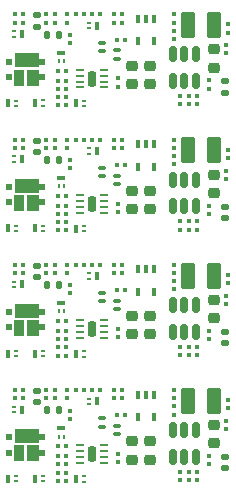
<source format=gtp>
G04 #@! TF.GenerationSoftware,KiCad,Pcbnew,8.0.8*
G04 #@! TF.CreationDate,2025-01-20T02:03:43-05:00*
G04 #@! TF.ProjectId,panel,70616e65-6c2e-46b6-9963-61645f706362,rev?*
G04 #@! TF.SameCoordinates,Original*
G04 #@! TF.FileFunction,Paste,Top*
G04 #@! TF.FilePolarity,Positive*
%FSLAX46Y46*%
G04 Gerber Fmt 4.6, Leading zero omitted, Abs format (unit mm)*
G04 Created by KiCad (PCBNEW 8.0.8) date 2025-01-20 02:03:43*
%MOMM*%
%LPD*%
G01*
G04 APERTURE LIST*
G04 Aperture macros list*
%AMRoundRect*
0 Rectangle with rounded corners*
0 $1 Rounding radius*
0 $2 $3 $4 $5 $6 $7 $8 $9 X,Y pos of 4 corners*
0 Add a 4 corners polygon primitive as box body*
4,1,4,$2,$3,$4,$5,$6,$7,$8,$9,$2,$3,0*
0 Add four circle primitives for the rounded corners*
1,1,$1+$1,$2,$3*
1,1,$1+$1,$4,$5*
1,1,$1+$1,$6,$7*
1,1,$1+$1,$8,$9*
0 Add four rect primitives between the rounded corners*
20,1,$1+$1,$2,$3,$4,$5,0*
20,1,$1+$1,$4,$5,$6,$7,0*
20,1,$1+$1,$6,$7,$8,$9,0*
20,1,$1+$1,$8,$9,$2,$3,0*%
G04 Aperture macros list end*
%ADD10R,0.400000X0.250000*%
%ADD11R,0.400000X0.700000*%
%ADD12RoundRect,0.225000X-0.250000X0.225000X-0.250000X-0.225000X0.250000X-0.225000X0.250000X0.225000X0*%
%ADD13RoundRect,0.100000X-0.100000X0.225000X-0.100000X-0.225000X0.100000X-0.225000X0.100000X0.225000X0*%
%ADD14RoundRect,0.079500X0.100500X-0.079500X0.100500X0.079500X-0.100500X0.079500X-0.100500X-0.079500X0*%
%ADD15RoundRect,0.079500X0.079500X0.100500X-0.079500X0.100500X-0.079500X-0.100500X0.079500X-0.100500X0*%
%ADD16RoundRect,0.147500X0.172500X-0.147500X0.172500X0.147500X-0.172500X0.147500X-0.172500X-0.147500X0*%
%ADD17RoundRect,0.079500X-0.100500X0.079500X-0.100500X-0.079500X0.100500X-0.079500X0.100500X0.079500X0*%
%ADD18RoundRect,0.050000X-0.250000X0.100000X-0.250000X-0.100000X0.250000X-0.100000X0.250000X0.100000X0*%
%ADD19RoundRect,0.182500X-0.182500X-0.462500X0.182500X-0.462500X0.182500X0.462500X-0.182500X0.462500X0*%
%ADD20RoundRect,0.062500X-0.300000X-0.062500X0.300000X-0.062500X0.300000X0.062500X-0.300000X0.062500X0*%
%ADD21RoundRect,0.150000X0.150000X-0.512500X0.150000X0.512500X-0.150000X0.512500X-0.150000X-0.512500X0*%
%ADD22R,1.000000X1.400000*%
%ADD23R,0.550000X0.500000*%
%ADD24R,2.020000X1.200000*%
%ADD25R,0.630000X0.550000*%
%ADD26R,0.870000X1.400000*%
%ADD27R,0.250000X0.400000*%
%ADD28R,0.700000X0.400000*%
%ADD29RoundRect,0.250000X-0.375000X-0.850000X0.375000X-0.850000X0.375000X0.850000X-0.375000X0.850000X0*%
%ADD30RoundRect,0.079500X-0.079500X-0.100500X0.079500X-0.100500X0.079500X0.100500X-0.079500X0.100500X0*%
%ADD31RoundRect,0.147500X-0.147500X-0.172500X0.147500X-0.172500X0.147500X0.172500X-0.147500X0.172500X0*%
G04 APERTURE END LIST*
D10*
G04 #@! TO.C,Q6*
X28630000Y-33595000D03*
X28630000Y-33145000D03*
D11*
X27930000Y-33370000D03*
G04 #@! TD*
D12*
G04 #@! TO.C,C9*
X43080000Y-28825000D03*
X43080000Y-30375000D03*
G04 #@! TD*
D13*
G04 #@! TO.C,U6*
X38010000Y-36850000D03*
X37360000Y-36850000D03*
X36710000Y-36850000D03*
X36710000Y-38750000D03*
X38010000Y-38750000D03*
G04 #@! TD*
D14*
G04 #@! TO.C,R17*
X35330000Y-47745000D03*
X35330000Y-47055000D03*
G04 #@! TD*
D15*
G04 #@! TO.C,R1*
X26935000Y-25860000D03*
X26245000Y-25860000D03*
G04 #@! TD*
D10*
G04 #@! TO.C,Q6*
X28630000Y-44195000D03*
X28630000Y-43745000D03*
D11*
X27930000Y-43970000D03*
G04 #@! TD*
D10*
G04 #@! TO.C,Q3*
X26390000Y-54800000D03*
X26390000Y-54350000D03*
D11*
X25690000Y-54575000D03*
G04 #@! TD*
D15*
G04 #@! TO.C,C16*
X33505000Y-47050000D03*
X32815000Y-47050000D03*
G04 #@! TD*
D14*
G04 #@! TO.C,C3*
X44330000Y-16795000D03*
X44330000Y-16105000D03*
G04 #@! TD*
G04 #@! TO.C,R9*
X44160000Y-50365000D03*
X44160000Y-49675000D03*
G04 #@! TD*
D16*
G04 #@! TO.C,FB1*
X28100000Y-16315000D03*
X28100000Y-15345000D03*
G04 #@! TD*
D14*
G04 #@! TO.C,C3*
X44330000Y-48595000D03*
X44330000Y-47905000D03*
G04 #@! TD*
G04 #@! TO.C,R11*
X29930000Y-32145000D03*
X29930000Y-31455000D03*
G04 #@! TD*
D16*
G04 #@! TO.C,FB1*
X28100000Y-37515000D03*
X28100000Y-36545000D03*
G04 #@! TD*
D17*
G04 #@! TO.C,R16*
X34630000Y-25855000D03*
X34630000Y-26545000D03*
G04 #@! TD*
D14*
G04 #@! TO.C,R9*
X44160000Y-18565000D03*
X44160000Y-17875000D03*
G04 #@! TD*
D18*
G04 #@! TO.C,D3*
X34880000Y-18300001D03*
X34880000Y-18999999D03*
G04 #@! TD*
D17*
G04 #@! TO.C,C19*
X35020000Y-20675000D03*
X35020000Y-21365000D03*
G04 #@! TD*
D12*
G04 #@! TO.C,C4*
X37670000Y-40805000D03*
X37670000Y-42355000D03*
G04 #@! TD*
D14*
G04 #@! TO.C,R13*
X30630000Y-32145000D03*
X30630000Y-31455000D03*
G04 #@! TD*
D15*
G04 #@! TO.C,R2*
X26965000Y-26560000D03*
X26275000Y-26560000D03*
G04 #@! TD*
D19*
G04 #@! TO.C,U4*
X32810000Y-41890000D03*
D20*
X31797500Y-41140000D03*
X31797500Y-41640000D03*
X31797500Y-42140000D03*
X31797500Y-42640000D03*
X33822500Y-42640000D03*
X33822500Y-42140000D03*
X33822500Y-41640000D03*
X33822500Y-41140000D03*
G04 #@! TD*
D12*
G04 #@! TO.C,C4*
X37670000Y-19605000D03*
X37670000Y-21155000D03*
G04 #@! TD*
D14*
G04 #@! TO.C,R11*
X29930000Y-53345000D03*
X29930000Y-52655000D03*
G04 #@! TD*
G04 #@! TO.C,R13*
X30630000Y-21545000D03*
X30630000Y-20855000D03*
G04 #@! TD*
D21*
G04 #@! TO.C,U2*
X39670000Y-42117500D03*
X40620000Y-42117500D03*
X41570000Y-42117500D03*
X41570000Y-39842500D03*
X40620000Y-39842500D03*
X39670000Y-39842500D03*
G04 #@! TD*
D22*
G04 #@! TO.C,D1*
X27780000Y-31200000D03*
D23*
X28530000Y-31150000D03*
X28530000Y-29850000D03*
D24*
X27270000Y-29750000D03*
D25*
X25795000Y-29850000D03*
D26*
X26650000Y-31200000D03*
D25*
X25795000Y-31150000D03*
G04 #@! TD*
D16*
G04 #@! TO.C,D2*
X44020000Y-32495000D03*
X44020000Y-31525000D03*
G04 #@! TD*
D17*
G04 #@! TO.C,C2*
X41680000Y-53985000D03*
X41680000Y-54675000D03*
G04 #@! TD*
D10*
G04 #@! TO.C,Q3*
X26390000Y-44200000D03*
X26390000Y-43750000D03*
D11*
X25690000Y-43975000D03*
G04 #@! TD*
D14*
G04 #@! TO.C,R14*
X30630000Y-22945000D03*
X30630000Y-22255000D03*
G04 #@! TD*
D10*
G04 #@! TO.C,Q2*
X32130000Y-44225000D03*
X32130000Y-43775000D03*
D11*
X31430000Y-44000000D03*
G04 #@! TD*
D18*
G04 #@! TO.C,D3*
X34880000Y-39500001D03*
X34880000Y-40199999D03*
G04 #@! TD*
D12*
G04 #@! TO.C,C18*
X36210000Y-19595000D03*
X36210000Y-21145000D03*
G04 #@! TD*
D19*
G04 #@! TO.C,U4*
X32810000Y-31290000D03*
D20*
X31797500Y-30540000D03*
X31797500Y-31040000D03*
X31797500Y-31540000D03*
X31797500Y-32040000D03*
X33822500Y-32040000D03*
X33822500Y-31540000D03*
X33822500Y-31040000D03*
X33822500Y-30540000D03*
G04 #@! TD*
D27*
G04 #@! TO.C,Q7*
X29965000Y-29800000D03*
X30415000Y-29800000D03*
D28*
X30190000Y-29100000D03*
G04 #@! TD*
D12*
G04 #@! TO.C,C9*
X43080000Y-39425000D03*
X43080000Y-40975000D03*
G04 #@! TD*
D10*
G04 #@! TO.C,Q2*
X32130000Y-54825000D03*
X32130000Y-54375000D03*
D11*
X31430000Y-54600000D03*
G04 #@! TD*
D14*
G04 #@! TO.C,R13*
X30630000Y-42745000D03*
X30630000Y-42055000D03*
G04 #@! TD*
D10*
G04 #@! TO.C,Q4*
X32510000Y-26585000D03*
X32510000Y-27035000D03*
D11*
X33210000Y-26810000D03*
G04 #@! TD*
D21*
G04 #@! TO.C,U2*
X39670000Y-52717500D03*
X40620000Y-52717500D03*
X41570000Y-52717500D03*
X41570000Y-50442500D03*
X40620000Y-50442500D03*
X39670000Y-50442500D03*
G04 #@! TD*
D17*
G04 #@! TO.C,C13*
X40980000Y-22185000D03*
X40980000Y-22875000D03*
G04 #@! TD*
D21*
G04 #@! TO.C,U2*
X39670000Y-20917500D03*
X40620000Y-20917500D03*
X41570000Y-20917500D03*
X41570000Y-18642500D03*
X40620000Y-18642500D03*
X39670000Y-18642500D03*
G04 #@! TD*
D14*
G04 #@! TO.C,R13*
X30630000Y-53345000D03*
X30630000Y-52655000D03*
G04 #@! TD*
D16*
G04 #@! TO.C,D2*
X44020000Y-43095000D03*
X44020000Y-42125000D03*
G04 #@! TD*
D17*
G04 #@! TO.C,C21*
X30640000Y-25855000D03*
X30640000Y-26545000D03*
G04 #@! TD*
D14*
G04 #@! TO.C,C22*
X28920000Y-26545000D03*
X28920000Y-25855000D03*
G04 #@! TD*
D17*
G04 #@! TO.C,C13*
X40980000Y-43385000D03*
X40980000Y-44075000D03*
G04 #@! TD*
D15*
G04 #@! TO.C,R2*
X26965000Y-15960000D03*
X26275000Y-15960000D03*
G04 #@! TD*
D10*
G04 #@! TO.C,Q4*
X32510000Y-47785000D03*
X32510000Y-48235000D03*
D11*
X33210000Y-48010000D03*
G04 #@! TD*
D19*
G04 #@! TO.C,U4*
X32810000Y-52490000D03*
D20*
X31797500Y-51740000D03*
X31797500Y-52240000D03*
X31797500Y-52740000D03*
X31797500Y-53240000D03*
X33822500Y-53240000D03*
X33822500Y-52740000D03*
X33822500Y-52240000D03*
X33822500Y-51740000D03*
G04 #@! TD*
D17*
G04 #@! TO.C,C2*
X41680000Y-32785000D03*
X41680000Y-33475000D03*
G04 #@! TD*
D14*
G04 #@! TO.C,C22*
X28920000Y-47745000D03*
X28920000Y-47055000D03*
G04 #@! TD*
G04 #@! TO.C,C22*
X28920000Y-15945000D03*
X28920000Y-15255000D03*
G04 #@! TD*
D10*
G04 #@! TO.C,Q4*
X32510000Y-15985000D03*
X32510000Y-16435000D03*
D11*
X33210000Y-16210000D03*
G04 #@! TD*
D10*
G04 #@! TO.C,Q1*
X26200000Y-27285000D03*
X26200000Y-27735000D03*
D11*
X26900000Y-27510000D03*
G04 #@! TD*
D17*
G04 #@! TO.C,C7*
X40280000Y-53985000D03*
X40280000Y-54675000D03*
G04 #@! TD*
D18*
G04 #@! TO.C,D4*
X33680000Y-49460000D03*
X33680000Y-50160000D03*
G04 #@! TD*
D29*
G04 #@! TO.C,L1*
X40955000Y-37370000D03*
X43105000Y-37370000D03*
G04 #@! TD*
D17*
G04 #@! TO.C,C17*
X39730000Y-25855000D03*
X39730000Y-26545000D03*
G04 #@! TD*
D30*
G04 #@! TO.C,R4*
X31415000Y-47050000D03*
X32105000Y-47050000D03*
G04 #@! TD*
D14*
G04 #@! TO.C,R12*
X29930000Y-33545000D03*
X29930000Y-32855000D03*
G04 #@! TD*
D27*
G04 #@! TO.C,Q7*
X29965000Y-19200000D03*
X30415000Y-19200000D03*
D28*
X30190000Y-18500000D03*
G04 #@! TD*
D18*
G04 #@! TO.C,D4*
X33680000Y-17660000D03*
X33680000Y-18360000D03*
G04 #@! TD*
D17*
G04 #@! TO.C,C7*
X40280000Y-22185000D03*
X40280000Y-22875000D03*
G04 #@! TD*
D14*
G04 #@! TO.C,R12*
X29930000Y-44145000D03*
X29930000Y-43455000D03*
G04 #@! TD*
D30*
G04 #@! TO.C,R4*
X31415000Y-25850000D03*
X32105000Y-25850000D03*
G04 #@! TD*
D16*
G04 #@! TO.C,D2*
X44020000Y-53695000D03*
X44020000Y-52725000D03*
G04 #@! TD*
D13*
G04 #@! TO.C,U6*
X38010000Y-26250000D03*
X37360000Y-26250000D03*
X36710000Y-26250000D03*
X36710000Y-28150000D03*
X38010000Y-28150000D03*
G04 #@! TD*
D27*
G04 #@! TO.C,Q7*
X29965000Y-40400000D03*
X30415000Y-40400000D03*
D28*
X30190000Y-39700000D03*
G04 #@! TD*
D10*
G04 #@! TO.C,Q6*
X28630000Y-22995000D03*
X28630000Y-22545000D03*
D11*
X27930000Y-22770000D03*
G04 #@! TD*
D14*
G04 #@! TO.C,R3*
X30920000Y-17685000D03*
X30920000Y-16995000D03*
G04 #@! TD*
D31*
G04 #@! TO.C,FB2*
X29015000Y-16980000D03*
X29985000Y-16980000D03*
G04 #@! TD*
D17*
G04 #@! TO.C,C21*
X30640000Y-47055000D03*
X30640000Y-47745000D03*
G04 #@! TD*
D14*
G04 #@! TO.C,C20*
X29620000Y-15945000D03*
X29620000Y-15255000D03*
G04 #@! TD*
G04 #@! TO.C,R3*
X30920000Y-38885000D03*
X30920000Y-38195000D03*
G04 #@! TD*
D15*
G04 #@! TO.C,R1*
X26935000Y-36460000D03*
X26245000Y-36460000D03*
G04 #@! TD*
D31*
G04 #@! TO.C,FB2*
X29015000Y-38180000D03*
X29985000Y-38180000D03*
G04 #@! TD*
D15*
G04 #@! TO.C,C15*
X30615114Y-30611246D03*
X29925114Y-30611246D03*
G04 #@! TD*
D17*
G04 #@! TO.C,R15*
X42680000Y-42045000D03*
X42680000Y-42735000D03*
G04 #@! TD*
D15*
G04 #@! TO.C,C15*
X30615114Y-51811246D03*
X29925114Y-51811246D03*
G04 #@! TD*
D14*
G04 #@! TO.C,R3*
X30920000Y-28285000D03*
X30920000Y-27595000D03*
G04 #@! TD*
D30*
G04 #@! TO.C,R4*
X31415000Y-36450000D03*
X32105000Y-36450000D03*
G04 #@! TD*
D31*
G04 #@! TO.C,FB2*
X29015000Y-48780000D03*
X29985000Y-48780000D03*
G04 #@! TD*
D17*
G04 #@! TO.C,C7*
X40280000Y-32785000D03*
X40280000Y-33475000D03*
G04 #@! TD*
D15*
G04 #@! TO.C,C16*
X33505000Y-36450000D03*
X32815000Y-36450000D03*
G04 #@! TD*
D22*
G04 #@! TO.C,D1*
X27780000Y-41800000D03*
D23*
X28530000Y-41750000D03*
X28530000Y-40450000D03*
D24*
X27270000Y-40350000D03*
D25*
X25795000Y-40450000D03*
D26*
X26650000Y-41800000D03*
D25*
X25795000Y-41750000D03*
G04 #@! TD*
D17*
G04 #@! TO.C,C17*
X39730000Y-47055000D03*
X39730000Y-47745000D03*
G04 #@! TD*
G04 #@! TO.C,C17*
X39730000Y-36455000D03*
X39730000Y-37145000D03*
G04 #@! TD*
D14*
G04 #@! TO.C,R11*
X29930000Y-42745000D03*
X29930000Y-42055000D03*
G04 #@! TD*
D17*
G04 #@! TO.C,C2*
X41680000Y-43385000D03*
X41680000Y-44075000D03*
G04 #@! TD*
D14*
G04 #@! TO.C,R14*
X30630000Y-44145000D03*
X30630000Y-43455000D03*
G04 #@! TD*
D18*
G04 #@! TO.C,D4*
X33680000Y-28260000D03*
X33680000Y-28960000D03*
G04 #@! TD*
D17*
G04 #@! TO.C,C19*
X35020000Y-41875000D03*
X35020000Y-42565000D03*
G04 #@! TD*
D22*
G04 #@! TO.C,D1*
X27780000Y-20600000D03*
D23*
X28530000Y-20550000D03*
X28530000Y-19250000D03*
D24*
X27270000Y-19150000D03*
D25*
X25795000Y-19250000D03*
D26*
X26650000Y-20600000D03*
D25*
X25795000Y-20550000D03*
G04 #@! TD*
D10*
G04 #@! TO.C,Q3*
X26390000Y-23000000D03*
X26390000Y-22550000D03*
D11*
X25690000Y-22775000D03*
G04 #@! TD*
D14*
G04 #@! TO.C,R17*
X35330000Y-37145000D03*
X35330000Y-36455000D03*
G04 #@! TD*
G04 #@! TO.C,C6*
X39730000Y-27945000D03*
X39730000Y-27255000D03*
G04 #@! TD*
D17*
G04 #@! TO.C,C19*
X35020000Y-31275000D03*
X35020000Y-31965000D03*
G04 #@! TD*
D14*
G04 #@! TO.C,C6*
X39730000Y-38545000D03*
X39730000Y-37855000D03*
G04 #@! TD*
D10*
G04 #@! TO.C,Q1*
X26200000Y-37885000D03*
X26200000Y-38335000D03*
D11*
X26900000Y-38110000D03*
G04 #@! TD*
D14*
G04 #@! TO.C,C6*
X39730000Y-17345000D03*
X39730000Y-16655000D03*
G04 #@! TD*
D29*
G04 #@! TO.C,L1*
X40955000Y-16170000D03*
X43105000Y-16170000D03*
G04 #@! TD*
D17*
G04 #@! TO.C,R15*
X42680000Y-52645000D03*
X42680000Y-53335000D03*
G04 #@! TD*
D30*
G04 #@! TO.C,C5*
X34914189Y-38598771D03*
X35604189Y-38598771D03*
G04 #@! TD*
D10*
G04 #@! TO.C,Q2*
X32130000Y-33625000D03*
X32130000Y-33175000D03*
D11*
X31430000Y-33400000D03*
G04 #@! TD*
D14*
G04 #@! TO.C,R14*
X30630000Y-54745000D03*
X30630000Y-54055000D03*
G04 #@! TD*
G04 #@! TO.C,R12*
X29930000Y-22945000D03*
X29930000Y-22255000D03*
G04 #@! TD*
D17*
G04 #@! TO.C,C13*
X40980000Y-53985000D03*
X40980000Y-54675000D03*
G04 #@! TD*
G04 #@! TO.C,R16*
X34630000Y-15255000D03*
X34630000Y-15945000D03*
G04 #@! TD*
D10*
G04 #@! TO.C,Q1*
X26200000Y-48485000D03*
X26200000Y-48935000D03*
D11*
X26900000Y-48710000D03*
G04 #@! TD*
D12*
G04 #@! TO.C,C4*
X37670000Y-30205000D03*
X37670000Y-31755000D03*
G04 #@! TD*
D17*
G04 #@! TO.C,C17*
X39730000Y-15255000D03*
X39730000Y-15945000D03*
G04 #@! TD*
D15*
G04 #@! TO.C,C15*
X30615114Y-20011246D03*
X29925114Y-20011246D03*
G04 #@! TD*
D17*
G04 #@! TO.C,C21*
X30640000Y-15255000D03*
X30640000Y-15945000D03*
G04 #@! TD*
D14*
G04 #@! TO.C,R3*
X30920000Y-49485000D03*
X30920000Y-48795000D03*
G04 #@! TD*
D31*
G04 #@! TO.C,FB2*
X29015000Y-27580000D03*
X29985000Y-27580000D03*
G04 #@! TD*
D18*
G04 #@! TO.C,D3*
X34880000Y-28900001D03*
X34880000Y-29599999D03*
G04 #@! TD*
D14*
G04 #@! TO.C,C20*
X29620000Y-47745000D03*
X29620000Y-47055000D03*
G04 #@! TD*
G04 #@! TO.C,R17*
X35330000Y-26545000D03*
X35330000Y-25855000D03*
G04 #@! TD*
D17*
G04 #@! TO.C,C2*
X41680000Y-22185000D03*
X41680000Y-22875000D03*
G04 #@! TD*
G04 #@! TO.C,R15*
X42680000Y-20845000D03*
X42680000Y-21535000D03*
G04 #@! TD*
D12*
G04 #@! TO.C,C9*
X43080000Y-18225000D03*
X43080000Y-19775000D03*
G04 #@! TD*
D15*
G04 #@! TO.C,C16*
X33505000Y-15250000D03*
X32815000Y-15250000D03*
G04 #@! TD*
D12*
G04 #@! TO.C,C18*
X36210000Y-30195000D03*
X36210000Y-31745000D03*
G04 #@! TD*
D16*
G04 #@! TO.C,D2*
X44020000Y-21895000D03*
X44020000Y-20925000D03*
G04 #@! TD*
D30*
G04 #@! TO.C,C5*
X34914189Y-27998771D03*
X35604189Y-27998771D03*
G04 #@! TD*
D12*
G04 #@! TO.C,C9*
X43080000Y-50025000D03*
X43080000Y-51575000D03*
G04 #@! TD*
G04 #@! TO.C,C18*
X36210000Y-51395000D03*
X36210000Y-52945000D03*
G04 #@! TD*
D14*
G04 #@! TO.C,R17*
X35330000Y-15945000D03*
X35330000Y-15255000D03*
G04 #@! TD*
D22*
G04 #@! TO.C,D1*
X27780000Y-52400000D03*
D23*
X28530000Y-52350000D03*
X28530000Y-51050000D03*
D24*
X27270000Y-50950000D03*
D25*
X25795000Y-51050000D03*
D26*
X26650000Y-52400000D03*
D25*
X25795000Y-52350000D03*
G04 #@! TD*
D15*
G04 #@! TO.C,R1*
X26935000Y-47060000D03*
X26245000Y-47060000D03*
G04 #@! TD*
D29*
G04 #@! TO.C,L1*
X40955000Y-47970000D03*
X43105000Y-47970000D03*
G04 #@! TD*
D15*
G04 #@! TO.C,C16*
X33505000Y-25850000D03*
X32815000Y-25850000D03*
G04 #@! TD*
D14*
G04 #@! TO.C,C20*
X29620000Y-26545000D03*
X29620000Y-25855000D03*
G04 #@! TD*
D10*
G04 #@! TO.C,Q4*
X32510000Y-37185000D03*
X32510000Y-37635000D03*
D11*
X33210000Y-37410000D03*
G04 #@! TD*
D14*
G04 #@! TO.C,C3*
X44330000Y-27395000D03*
X44330000Y-26705000D03*
G04 #@! TD*
D17*
G04 #@! TO.C,C21*
X30640000Y-36455000D03*
X30640000Y-37145000D03*
G04 #@! TD*
G04 #@! TO.C,C19*
X35020000Y-52475000D03*
X35020000Y-53165000D03*
G04 #@! TD*
D10*
G04 #@! TO.C,Q2*
X32130000Y-23025000D03*
X32130000Y-22575000D03*
D11*
X31430000Y-22800000D03*
G04 #@! TD*
D18*
G04 #@! TO.C,D3*
X34880000Y-50100001D03*
X34880000Y-50799999D03*
G04 #@! TD*
G04 #@! TO.C,D4*
X33680000Y-38860000D03*
X33680000Y-39560000D03*
G04 #@! TD*
D17*
G04 #@! TO.C,C13*
X40980000Y-32785000D03*
X40980000Y-33475000D03*
G04 #@! TD*
D14*
G04 #@! TO.C,C3*
X44330000Y-37995000D03*
X44330000Y-37305000D03*
G04 #@! TD*
G04 #@! TO.C,R12*
X29930000Y-54745000D03*
X29930000Y-54055000D03*
G04 #@! TD*
G04 #@! TO.C,C20*
X29620000Y-37145000D03*
X29620000Y-36455000D03*
G04 #@! TD*
D21*
G04 #@! TO.C,U2*
X39670000Y-31517500D03*
X40620000Y-31517500D03*
X41570000Y-31517500D03*
X41570000Y-29242500D03*
X40620000Y-29242500D03*
X39670000Y-29242500D03*
G04 #@! TD*
D19*
G04 #@! TO.C,U4*
X32810000Y-20690000D03*
D20*
X31797500Y-19940000D03*
X31797500Y-20440000D03*
X31797500Y-20940000D03*
X31797500Y-21440000D03*
X33822500Y-21440000D03*
X33822500Y-20940000D03*
X33822500Y-20440000D03*
X33822500Y-19940000D03*
G04 #@! TD*
D13*
G04 #@! TO.C,U6*
X38010000Y-15650000D03*
X37360000Y-15650000D03*
X36710000Y-15650000D03*
X36710000Y-17550000D03*
X38010000Y-17550000D03*
G04 #@! TD*
D14*
G04 #@! TO.C,C22*
X28920000Y-37145000D03*
X28920000Y-36455000D03*
G04 #@! TD*
D15*
G04 #@! TO.C,C15*
X30615114Y-41211246D03*
X29925114Y-41211246D03*
G04 #@! TD*
D16*
G04 #@! TO.C,FB1*
X28100000Y-48115000D03*
X28100000Y-47145000D03*
G04 #@! TD*
D17*
G04 #@! TO.C,C7*
X40280000Y-43385000D03*
X40280000Y-44075000D03*
G04 #@! TD*
D12*
G04 #@! TO.C,C18*
X36210000Y-40795000D03*
X36210000Y-42345000D03*
G04 #@! TD*
D13*
G04 #@! TO.C,U6*
X38010000Y-47450000D03*
X37360000Y-47450000D03*
X36710000Y-47450000D03*
X36710000Y-49350000D03*
X38010000Y-49350000D03*
G04 #@! TD*
D29*
G04 #@! TO.C,L1*
X40955000Y-26770000D03*
X43105000Y-26770000D03*
G04 #@! TD*
D14*
G04 #@! TO.C,R9*
X44160000Y-39765000D03*
X44160000Y-39075000D03*
G04 #@! TD*
G04 #@! TO.C,R9*
X44160000Y-29165000D03*
X44160000Y-28475000D03*
G04 #@! TD*
D30*
G04 #@! TO.C,C5*
X34914189Y-17398771D03*
X35604189Y-17398771D03*
G04 #@! TD*
D12*
G04 #@! TO.C,C4*
X37670000Y-51405000D03*
X37670000Y-52955000D03*
G04 #@! TD*
D10*
G04 #@! TO.C,Q1*
X26200000Y-16685000D03*
X26200000Y-17135000D03*
D11*
X26900000Y-16910000D03*
G04 #@! TD*
D17*
G04 #@! TO.C,R16*
X34630000Y-36455000D03*
X34630000Y-37145000D03*
G04 #@! TD*
D15*
G04 #@! TO.C,R1*
X26935000Y-15260000D03*
X26245000Y-15260000D03*
G04 #@! TD*
D30*
G04 #@! TO.C,R4*
X31415000Y-15250000D03*
X32105000Y-15250000D03*
G04 #@! TD*
D15*
G04 #@! TO.C,R2*
X26965000Y-47760000D03*
X26275000Y-47760000D03*
G04 #@! TD*
D14*
G04 #@! TO.C,R11*
X29930000Y-21545000D03*
X29930000Y-20855000D03*
G04 #@! TD*
G04 #@! TO.C,R14*
X30630000Y-33545000D03*
X30630000Y-32855000D03*
G04 #@! TD*
D17*
G04 #@! TO.C,R16*
X34630000Y-47055000D03*
X34630000Y-47745000D03*
G04 #@! TD*
D10*
G04 #@! TO.C,Q6*
X28630000Y-54795000D03*
X28630000Y-54345000D03*
D11*
X27930000Y-54570000D03*
G04 #@! TD*
D17*
G04 #@! TO.C,R15*
X42680000Y-31445000D03*
X42680000Y-32135000D03*
G04 #@! TD*
D27*
G04 #@! TO.C,Q7*
X29965000Y-51000000D03*
X30415000Y-51000000D03*
D28*
X30190000Y-50300000D03*
G04 #@! TD*
D10*
G04 #@! TO.C,Q3*
X26390000Y-33600000D03*
X26390000Y-33150000D03*
D11*
X25690000Y-33375000D03*
G04 #@! TD*
D15*
G04 #@! TO.C,R2*
X26965000Y-37160000D03*
X26275000Y-37160000D03*
G04 #@! TD*
D30*
G04 #@! TO.C,C5*
X34914189Y-49198771D03*
X35604189Y-49198771D03*
G04 #@! TD*
D16*
G04 #@! TO.C,FB1*
X28100000Y-26915000D03*
X28100000Y-25945000D03*
G04 #@! TD*
D14*
G04 #@! TO.C,C6*
X39730000Y-49145000D03*
X39730000Y-48455000D03*
G04 #@! TD*
M02*

</source>
